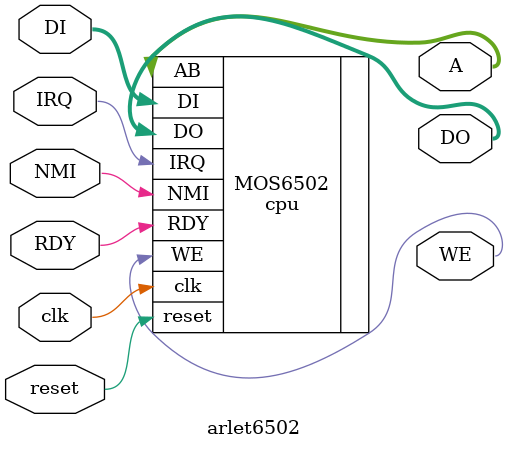
<source format=v>
/*
 * Bare wrapper around code mainly to give module the right name
 */

`include "ALU.v"
`include "cpu_syncreset.v"

module arlet6502 (clk, reset, A, DI, DO, WE, IRQ, NMI, RDY);

input clk;              // CPU clock 
input reset;            // reset signal
output [15:0] A;        // address bus
input [7:0] DI;         // data in, read bus
output [7:0] DO;        // data out, write bus
output WE;              // write enable
input IRQ;              // interrupt request
input NMI;              // non-maskable interrupt request
input RDY;              // Ready signal. Pauses CPU when RDY=0 

cpu MOS6502(
    .clk(clk), .reset(reset), .AB(A), .DI(DI), .DO(DO), .WE(WE),
    .IRQ(IRQ), .NMI(NMI), .RDY(RDY)
);

endmodule // Arlet6502

</source>
